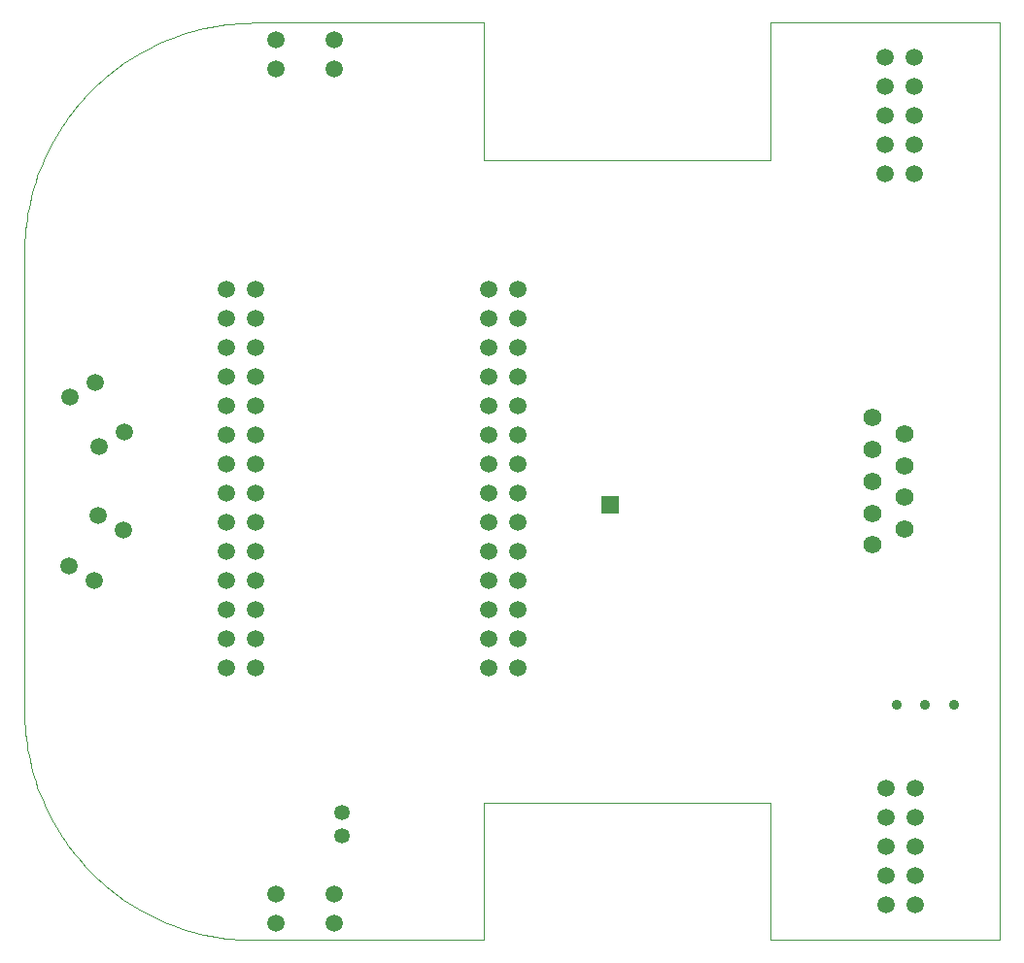
<source format=gbs>
G75*
%MOIN*%
%OFA0B0*%
%FSLAX25Y25*%
%IPPOS*%
%LPD*%
%AMOC8*
5,1,8,0,0,1.08239X$1,22.5*
%
%ADD10C,0.00000*%
%ADD11C,0.05315*%
%ADD12C,0.05906*%
%ADD13C,0.03562*%
%ADD14R,0.06063X0.06063*%
%ADD15C,0.06201*%
D10*
X0105631Y0113505D02*
X0105631Y0270985D01*
X0105654Y0272888D01*
X0105723Y0274789D01*
X0105838Y0276689D01*
X0105999Y0278585D01*
X0106205Y0280476D01*
X0106457Y0282362D01*
X0106755Y0284241D01*
X0107098Y0286113D01*
X0107486Y0287976D01*
X0107919Y0289829D01*
X0108397Y0291671D01*
X0108919Y0293500D01*
X0109485Y0295317D01*
X0110095Y0297119D01*
X0110748Y0298907D01*
X0111444Y0300677D01*
X0112183Y0302431D01*
X0112964Y0304166D01*
X0113786Y0305882D01*
X0114650Y0307577D01*
X0115555Y0309251D01*
X0116500Y0310903D01*
X0117484Y0312531D01*
X0118507Y0314136D01*
X0119569Y0315714D01*
X0120669Y0317267D01*
X0121806Y0318793D01*
X0122979Y0320291D01*
X0124189Y0321760D01*
X0125433Y0323199D01*
X0126712Y0324608D01*
X0128025Y0325986D01*
X0129370Y0327331D01*
X0130748Y0328644D01*
X0132157Y0329923D01*
X0133596Y0331167D01*
X0135065Y0332377D01*
X0136563Y0333550D01*
X0138089Y0334687D01*
X0139642Y0335787D01*
X0141220Y0336849D01*
X0142825Y0337872D01*
X0144453Y0338856D01*
X0146105Y0339801D01*
X0147779Y0340706D01*
X0149474Y0341570D01*
X0151190Y0342392D01*
X0152925Y0343173D01*
X0154679Y0343912D01*
X0156449Y0344608D01*
X0158237Y0345261D01*
X0160039Y0345871D01*
X0161856Y0346437D01*
X0163685Y0346959D01*
X0165527Y0347437D01*
X0167380Y0347870D01*
X0169243Y0348258D01*
X0171115Y0348601D01*
X0172994Y0348899D01*
X0174880Y0349151D01*
X0176771Y0349357D01*
X0178667Y0349518D01*
X0180567Y0349633D01*
X0182468Y0349702D01*
X0184371Y0349725D01*
X0263111Y0349725D01*
X0263111Y0302481D01*
X0361536Y0302481D01*
X0361536Y0349725D01*
X0440276Y0349725D01*
X0440276Y0034765D01*
X0361536Y0034765D01*
X0361536Y0082009D01*
X0263111Y0082009D01*
X0263111Y0034765D01*
X0184371Y0034765D01*
X0182468Y0034788D01*
X0180567Y0034857D01*
X0178667Y0034972D01*
X0176771Y0035133D01*
X0174880Y0035339D01*
X0172994Y0035591D01*
X0171115Y0035889D01*
X0169243Y0036232D01*
X0167380Y0036620D01*
X0165527Y0037053D01*
X0163685Y0037531D01*
X0161856Y0038053D01*
X0160039Y0038619D01*
X0158237Y0039229D01*
X0156449Y0039882D01*
X0154679Y0040578D01*
X0152925Y0041317D01*
X0151190Y0042098D01*
X0149474Y0042920D01*
X0147779Y0043784D01*
X0146105Y0044689D01*
X0144453Y0045634D01*
X0142825Y0046618D01*
X0141220Y0047641D01*
X0139642Y0048703D01*
X0138089Y0049803D01*
X0136563Y0050940D01*
X0135065Y0052113D01*
X0133596Y0053323D01*
X0132157Y0054567D01*
X0130748Y0055846D01*
X0129370Y0057159D01*
X0128025Y0058504D01*
X0126712Y0059882D01*
X0125433Y0061291D01*
X0124189Y0062730D01*
X0122979Y0064199D01*
X0121806Y0065697D01*
X0120669Y0067223D01*
X0119569Y0068776D01*
X0118507Y0070354D01*
X0117484Y0071959D01*
X0116500Y0073587D01*
X0115555Y0075239D01*
X0114650Y0076913D01*
X0113786Y0078608D01*
X0112964Y0080324D01*
X0112183Y0082059D01*
X0111444Y0083813D01*
X0110748Y0085583D01*
X0110095Y0087371D01*
X0109485Y0089173D01*
X0108919Y0090990D01*
X0108397Y0092819D01*
X0107919Y0094661D01*
X0107486Y0096514D01*
X0107098Y0098377D01*
X0106755Y0100249D01*
X0106457Y0102128D01*
X0106205Y0104014D01*
X0105999Y0105905D01*
X0105838Y0107801D01*
X0105723Y0109701D01*
X0105654Y0111602D01*
X0105631Y0113505D01*
D11*
X0214528Y0078505D03*
X0214528Y0070631D03*
D12*
X0211930Y0050670D03*
X0211930Y0040670D03*
X0191930Y0040670D03*
X0191930Y0050670D03*
X0184765Y0128229D03*
X0184765Y0138229D03*
X0174765Y0138229D03*
X0174765Y0128229D03*
X0174765Y0148229D03*
X0184765Y0148229D03*
X0184765Y0158229D03*
X0184765Y0168229D03*
X0174765Y0168229D03*
X0174765Y0158229D03*
X0174765Y0178229D03*
X0184765Y0178229D03*
X0184765Y0188229D03*
X0174765Y0188229D03*
X0174765Y0198229D03*
X0184765Y0198229D03*
X0184765Y0208229D03*
X0174765Y0208229D03*
X0174765Y0218229D03*
X0184765Y0218229D03*
X0184765Y0228229D03*
X0184765Y0238229D03*
X0174765Y0238229D03*
X0174765Y0228229D03*
X0174765Y0248229D03*
X0184765Y0248229D03*
X0184765Y0258229D03*
X0174765Y0258229D03*
X0129882Y0226376D03*
X0121221Y0221376D03*
X0131221Y0204056D03*
X0139882Y0209056D03*
X0131026Y0180513D03*
X0139686Y0175513D03*
X0129686Y0158192D03*
X0121026Y0163192D03*
X0264765Y0158229D03*
X0274765Y0158229D03*
X0274765Y0148229D03*
X0264765Y0148229D03*
X0264765Y0138229D03*
X0274765Y0138229D03*
X0274765Y0128229D03*
X0264765Y0128229D03*
X0264765Y0168229D03*
X0274765Y0168229D03*
X0274765Y0178229D03*
X0274765Y0188229D03*
X0264765Y0188229D03*
X0264765Y0178229D03*
X0264765Y0198229D03*
X0274765Y0198229D03*
X0274765Y0208229D03*
X0264765Y0208229D03*
X0264765Y0218229D03*
X0274765Y0218229D03*
X0274765Y0228229D03*
X0274765Y0238229D03*
X0264765Y0238229D03*
X0264765Y0228229D03*
X0264765Y0248229D03*
X0274765Y0248229D03*
X0274765Y0258229D03*
X0264765Y0258229D03*
X0211930Y0333820D03*
X0211930Y0343820D03*
X0191930Y0343820D03*
X0191930Y0333820D03*
X0400906Y0337914D03*
X0410906Y0337914D03*
X0410906Y0327914D03*
X0400906Y0327914D03*
X0400906Y0317914D03*
X0410906Y0317914D03*
X0410906Y0307914D03*
X0400906Y0307914D03*
X0400906Y0297914D03*
X0410906Y0297914D03*
X0411182Y0086851D03*
X0401182Y0086851D03*
X0401182Y0076851D03*
X0401182Y0066851D03*
X0411182Y0066851D03*
X0411182Y0076851D03*
X0411182Y0056851D03*
X0411182Y0046851D03*
X0401182Y0046851D03*
X0401182Y0056851D03*
D13*
X0404843Y0115473D03*
X0414686Y0115473D03*
X0424528Y0115473D03*
D14*
X0306733Y0184371D03*
D15*
X0396576Y0181339D03*
X0396576Y0192245D03*
X0396576Y0203150D03*
X0396576Y0214056D03*
X0407757Y0208603D03*
X0407757Y0197698D03*
X0407757Y0186792D03*
X0407757Y0175887D03*
X0396576Y0170434D03*
M02*

</source>
